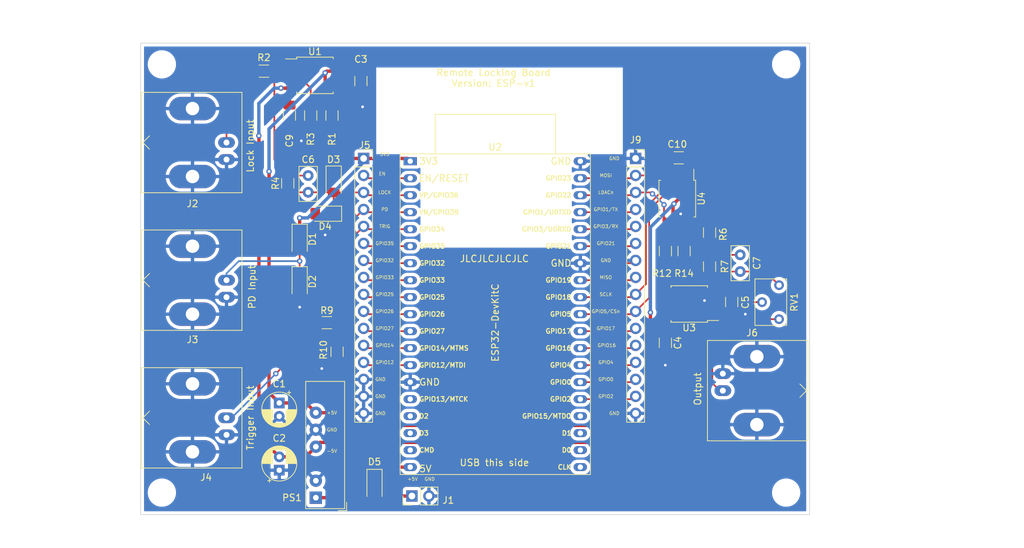
<source format=kicad_pcb>
(kicad_pcb (version 20211014) (generator pcbnew)
  (layers (0 "F.Cu" signal) (31 "B.Cu" signal) (34 "B.Paste" user) (35 "F.Paste" user) (36 "B.SilkS" user "B.Silkscreen") (37 "F.SilkS" user "F.Silkscreen") (38 "B.Mask" user) (39 "F.Mask" user) (44 "Edge.Cuts" user))
  (net 0 "")
  (net 1 "VDD")
  (net 2 "GND")
  (net 3 "VSS")
  (net 4 "/3V3")
  (net 5 "/PD")
  (net 6 "/Lock")
  (net 7 "Net-(J2-Pad1)")
  (net 8 "/TRIG")
  (net 9 "/EN")
  (net 10 "/GPIO35")
  (net 11 "/GPIO12")
  (net 12 "/GPIO32")
  (net 13 "/GPIO14")
  (net 14 "/GPIO33")
  (net 15 "/GPIO25")
  (net 16 "/GPIO26")
  (net 17 "/GPIO27")
  (net 18 "/MOSI")
  (net 19 "/UART0 TX{slash}GPIO1")
  (net 20 "/PZT")
  (net 21 "Net-(R6-Pad1)")
  (net 22 "Net-(J4-Pad1)")
  (net 23 "/GPIO16")
  (net 24 "Net-(R1-Pad2)")
  (net 25 "Net-(C6-Pad1)")
  (net 26 "Net-(RV1-Pad3)")
  (net 30 "/LDACn")
  (net 31 "/SCLK")
  (net 32 "/CSn")
  (net 33 "/UART0 RX{slash}GPIO3")
  (net 34 "/MISO")
  (net 35 "/GPIO17")
  (net 38 "Net-(R6-Pad2)")
  (net 39 "/GPIO4")
  (net 40 "/GPIO0")
  (net 41 "/V_SYS")
  (net 42 "/V_EXT")
  (net 48 "/GPIO21")
  (net 50 "/GPIO2")
  (net 51 "Net-(R12-Pad2)")
  (net 52 "Net-(RV1-Pad2)")
  (footprint "Diode_SMD:D_1206_3216Metric_Pad1.42x1.75mm_HandSolder" (layer "F.Cu") (at 85.344 60.83394 -90)
    (fp_text reference "D3")
    (fp_text value "D")
  )
  (footprint "Capacitor_SMD:C_1206_3216Metric_Pad1.33x1.80mm_HandSolder" (layer "F.Cu") (at 89.408 45.6815 -90)
    (fp_text reference "C3")
    (fp_text value "100n")
  )
  (footprint "Resistor_SMD:R_1206_3216Metric_Pad1.30x1.75mm_HandSolder" (layer "F.Cu") (at 84.328 81.788)
    (fp_text reference "R9")
    (fp_text value "10k")
  )
  (footprint "Diode_SMD:D_1206_3216Metric_Pad1.42x1.75mm_HandSolder" (layer "F.Cu") (at 80.264 69.52394 -90)
    (fp_text reference "D1")
    (fp_text value "D")
  )
  (footprint "Capacitor_SMD:C_1206_3216Metric_Pad1.33x1.80mm_HandSolder" (layer "F.Cu") (at 144.78 78.7015 90)
    (fp_text reference "C5")
    (fp_text value "100n")
  )
  (footprint "Resistor_SMD:R_1206_3216Metric_Pad1.30x1.75mm_HandSolder" (layer "F.Cu") (at 74.93 44.196 180)
    (fp_text reference "R2")
    (fp_text value "10k")
  )
  (footprint "Package_SO:SOIC-8_5.275x5.275mm_P1.27mm" (layer "F.Cu") (at 136.652 63.246 -90)
    (fp_text reference "U4")
    (fp_text value "MCP4821")
  )
  (footprint "Capacitor_SMD:C_1206_3216Metric_Pad1.33x1.80mm_HandSolder" (layer "F.Cu") (at 134.874 84.7975 -90)
    (fp_text reference "C4")
    (fp_text value "100n")
  )
  (footprint "custom-connectors:BNC_Molex_0731000167" (layer "F.Cu") (at 69.342 75.438 90)
    (fp_text reference "J3")
    (fp_text value "Conn_Coaxial")
  )
  (footprint "Resistor_SMD:R_1206_3216Metric_Pad1.30x1.75mm_HandSolder" (layer "F.Cu") (at 141.478 68.326 90)
    (fp_text reference "R6")
    (fp_text value "100k")
  )
  (footprint "Resistor_SMD:R_1206_3216Metric_Pad1.30x1.75mm_HandSolder" (layer "F.Cu") (at 134.874 71.094 -90)
    (fp_text reference "R12")
    (fp_text value "100k")
  )
  (footprint "Connector_PinSocket_2.54mm:PinSocket_1x16_P2.54mm_Vertical" (layer "F.Cu") (at 89.814 57.24144)
    (fp_text reference "J5")
    (fp_text value "Conn_01x16_Female")
  )
  (footprint "Capacitor_THT:C_Disc_D5.0mm_W2.5mm_P2.50mm" (layer "F.Cu") (at 81.534 59.80144 -90)
    (fp_text reference "C6")
    (fp_text value "10n")
  )
  (footprint "Connector_PinHeader_2.54mm:PinHeader_1x02_P2.54mm_Vertical" (layer "F.Cu") (at 97.028 107.696 90)
    (fp_text reference "J1")
    (fp_text value "Conn_01x02_Male")
  )
  (footprint "Diode_SMD:D_1206_3216Metric_Pad1.42x1.75mm_HandSolder" (layer "F.Cu") (at 84.074 65.49644 180)
    (fp_text reference "D4")
    (fp_text value "D")
  )
  (footprint "custom-connectors:BNC_Molex_0731000167" (layer "F.Cu") (at 143.454 91.948 -90)
    (fp_text reference "J6")
    (fp_text value "Conn_Coaxial")
  )
  (footprint "Resistor_SMD:R_1206_3216Metric_Pad1.30x1.75mm_HandSolder" (layer "F.Cu") (at 85.852 86.132 -90)
    (fp_text reference "R10")
    (fp_text value "20k")
  )
  (footprint "Capacitor_SMD:C_1206_3216Metric_Pad1.33x1.80mm_HandSolder" (layer "F.Cu") (at 136.8675 57.15 180)
    (fp_text reference "C10")
    (fp_text value "100n")
  )
  (footprint "Package_SO:SOIC-8_5.23x5.23mm_P1.27mm" (layer "F.Cu") (at 138.43 78.994 180)
    (fp_text reference "U3")
    (fp_text value "Opamp_Dual")
  )
  (footprint "Potentiometer_THT:Potentiometer_Bourns_3266W_Vertical" (layer "F.Cu") (at 151.847 81.265 -90)
    (fp_text reference "RV1")
    (fp_text value "R_Potentiometer")
  )
  (footprint "Capacitor_SMD:C_1206_3216Metric_Pad1.33x1.80mm_HandSolder" (layer "F.Cu") (at 78.74 50.8385 90)
    (fp_text reference "C9")
    (fp_text value "100n")
  )
  (footprint "Espressif:ESP32-DevKitC" (layer "F.Cu") (at 96.774 57.658)
    (fp_text reference "U2")
    (fp_text value "ESP32-DevKitC")
  )
  (footprint "custom-connectors:BNC_Molex_0731000167" (layer "F.Cu") (at 69.342 54.864 90)
    (fp_text reference "J2")
    (fp_text value "Conn_Coaxial")
  )
  (footprint "Resistor_SMD:R_1206_3216Metric_Pad1.30x1.75mm_HandSolder" (layer "F.Cu") (at 78.486 60.96 90)
    (fp_text reference "R4")
    (fp_text value "10k")
  )
  (footprint "Resistor_SMD:R_1206_3216Metric_Pad1.30x1.75mm_HandSolder" (layer "F.Cu") (at 141.478 73.406 90)
    (fp_text reference "R7")
    (fp_text value "10k")
  )
  (footprint "MountingHole:MountingHole_3.2mm_M3_ISO7380" (layer "F.Cu") (at 152.908 43.18)
    (fp_text reference "REF**" hide)
    (fp_text value "MountingHole_3.2mm_M3_ISO7380")
  )
  (footprint "Package_SO:SOIC-8_5.23x5.23mm_P1.27mm" (layer "F.Cu") (at 82.55 44.831)
    (fp_text reference "U1")
    (fp_text value "OP07")
  )
  (footprint "MountingHole:MountingHole_3.2mm_M3_ISO7380" (layer "F.Cu") (at 152.908 107.188)
    (fp_text reference "REF**" hide)
    (fp_text value "MountingHole_3.2mm_M3_ISO7380")
  )
  (footprint "Capacitor_THT:CP_Radial_D5.0mm_P2.00mm" (layer "F.Cu") (at 77.216 93.786888 -90)
    (fp_text reference "C1")
    (fp_text value "4.7u")
  )
  (footprint "Diode_SMD:D_1206_3216Metric_Pad1.42x1.75mm_HandSolder" (layer "F.Cu") (at 91.44 106.172 -90)
    (fp_text reference "D5")
    (fp_text value "D_Schottky")
  )
  (footprint "Resistor_SMD:R_1206_3216Metric_Pad1.30x1.75mm_HandSolder" (layer "F.Cu") (at 81.915 50.826 90)
    (fp_text reference "R3")
    (fp_text value "10k")
  )
  (footprint "Capacitor_THT:C_Disc_D5.0mm_W2.5mm_P2.50mm" (layer "F.Cu") (at 146.05 71.648 -90)
    (fp_text reference "C7")
    (fp_text value "100n")
  )
  (footprint "Connector_PinSocket_2.54mm:PinSocket_1x16_P2.54mm_Vertical" (layer "F.Cu") (at 130.429 57.24144)
    (fp_text reference "J9")
    (fp_text value "Conn_01x16_Female")
  )
  (footprint "Diode_SMD:D_1206_3216Metric_Pad1.42x1.75mm_HandSolder" (layer "F.Cu") (at 80.264 75.87394 -90)
    (fp_text reference "D2")
    (fp_text value "D")
  )
  (footprint "custom-connectors:BNC_Molex_0731000167" (layer "F.Cu") (at 69.342 96.012 90)
    (fp_text reference "J4")
    (fp_text value "Conn_Coaxial")
  )
  (footprint "Resistor_SMD:R_1206_3216Metric_Pad1.30x1.75mm_HandSolder" (layer "F.Cu") (at 137.668 71.094 -90)
    (fp_text reference "R14")
    (fp_text value "3.9k")
  )
  (footprint "Capacitor_THT:CP_Radial_D5.0mm_P2.00mm" (layer "F.Cu") (at 77.216 103.839356 90)
    (fp_text reference "C2")
    (fp_text value "4.7u")
  )
  (footprint "Resistor_SMD:R_1206_3216Metric_Pad1.30x1.75mm_HandSolder" (layer "F.Cu") (at 85.09 50.826 -90)
    (fp_text reference "R1")
    (fp_text value "56k")
  )
  (footprint "Converter_DCDC:Converter_DCDC_XP_POWER-IAxxxxS_THT" (layer "F.Cu") (at 82.679 107.946 180)
    (fp_text reference "PS1")
    (fp_text value "IA0505S")
  )
  (footprint "MountingHole:MountingHole_3.2mm_M3_ISO7380" (layer "F.Cu") (at 59.69 43.18)
    (fp_text reference "REF**" hide)
    (fp_text value "MountingHole_3.2mm_M3_ISO7380")
  )
  (footprint "MountingHole:MountingHole_3.2mm_M3_ISO7380" (layer "F.Cu") (at 59.69 107.188)
    (fp_text reference "REF**" hide)
    (fp_text value "MountingHole_3.2mm_M3_ISO7380")
  )
  (gr_rect (start 56.515 110.49) (end 156.4132 40.005) (layer "Edge.Cuts") (width 0.1) (fill none))
  (gr_text "3V3" (at 92.964 56.60644) (layer "F.SilkS") (effects (font (size 0.5 0.5) (thickness 0.075))))
  (gr_text "GPIO32" (at 92.964 72.48144) (layer "F.SilkS") (effects (font (size 0.5 0.5) (thickness 0.075))))
  (gr_text "EN" (at 92.583 59.52744) (layer "F.SilkS") (effects (font (size 0.5 0.5) (thickness 0.075))))
  (gr_text "GPIO16" (at 126.111 85.18144) (layer "F.SilkS") (effects (font (size 0.5 0.5) (thickness 0.075))))
  (gr_text "GPIO33" (at 92.964 75.02144) (layer "F.SilkS") (effects (font (size 0.5 0.5) (thickness 0.075))))
  (gr_text "GPIO1/TX" (at 125.984 64.86144) (layer "F.SilkS") (effects (font (size 0.5 0.5) (thickness 0.075))))
  (gr_text "GPIO25" (at 92.964 77.56144) (layer "F.SilkS") (effects (font (size 0.5 0.5) (thickness 0.075))))
  (gr_text "GPIO26" (at 92.964 80.10144) (layer "F.SilkS") (effects (font (size 0.5 0.5) (thickness 0.075))))
  (gr_text "Lock Input" (at 72.898 55.372 90) (layer "F.SilkS") (effects (font (size 1 1))))
  (gr_text "GPIO3/RX" (at 125.984 67.40144) (layer "F.SilkS") (effects (font (size 0.5 0.5) (thickness 0.075))))
  (gr_text "GND" (at 92.329 95.34144) (layer "F.SilkS") (effects (font (size 0.5 0.5) (thickness 0.075))))
  (gr_text "GND" (at 127.254 95.34144) (layer "F.SilkS") (effects (font (size 0.5 0.5) (thickness 0.075))))
  (gr_text "+5V" (at 85.09 95.25) (layer "F.SilkS") (effects (font (size 0.5 0.5) (thickness 0.075))))
  (gr_text "GPIO2" (at 125.984 92.80144) (layer "F.SilkS") (effects (font (size 0.5 0.5) (thickness 0.075))))
  (gr_text "GPIO21" (at 125.984 69.94144) (layer "F.SilkS") (effects (font (size 0.5 0.5) (thickness 0.075))))
  (gr_text "GPIO0" (at 125.984 90.26144) (layer "F.SilkS") (effects (font (size 0.5 0.5) (thickness 0.075))))
  (gr_text "GND" (at 92.329 92.80144) (layer "F.SilkS") (effects (font (size 0.5 0.5) (thickness 0.075))))
  (gr_text "LOCK" (at 92.964 62.32144) (layer "F.SilkS") (effects (font (size 0.5 0.5) (thickness 0.075))))
  (gr_text "GND" (at 125.984 72.48144) (layer "F.SilkS") (effects (font (size 0.5 0.5) (thickness 0.075))))
  (gr_text "GPIO12" (at 92.964 87.72144) (layer "F.SilkS") (effects (font (size 0.5 0.5) (thickness 0.075))))
  (gr_text "JLCJLCJLCJLC" (at 109.347 72.22744) (layer "F.SilkS") (effects (font (size 1 1))))
  (gr_text "MOSI" (at 125.984 59.78144) (layer "F.SilkS") (effects (font (size 0.5 0.5) (thickness 0.075))))
  (gr_text "GND" (at 99.678 105.156) (layer "F.SilkS") (effects (font (size 0.5 0.5) (thickness 0.075))))
  (gr_text "PD" (at 92.964 64.86144) (layer "F.SilkS") (effects (font (size 0.5 0.5) (thickness 0.075))))
  (gr_text "GPIO14" (at 92.964 85.18144) (layer "F.SilkS") (effects (font (size 0.5 0.5) (thickness 0.075))))
  (gr_text "GPIO4" (at 125.984 87.72144) (layer "F.SilkS") (effects (font (size 0.5 0.5) (thickness 0.075))))
  (gr_text "GPIO27" (at 92.964 82.64144) (layer "F.SilkS") (effects (font (size 0.5 0.5) (thickness 0.075))))
  (gr_text "GND" (at 92.329 90.26144) (layer "F.SilkS") (effects (font (size 0.5 0.5) (thickness 0.075))))
  (gr_text "Output" (at 139.7 91.694 90) (layer "F.SilkS") (effects (font (size 1 1))))
  (gr_text "+5V" (at 97.138 105.156) (layer "F.SilkS") (effects (font (size 0.5 0.5) (thickness 0.075))))
  (gr_text "SCLK" (at 125.984 77.56144) (layer "F.SilkS") (effects (font (size 0.5 0.5) (thickness 0.075))))
  (gr_text "-5V" (at 85.09 100.965) (layer "F.SilkS") (effects (font (size 0.5 0.5) (thickness 0.075))))
  (gr_text "GND" (at 127.254 57.24144) (layer "F.SilkS") (effects (font (size 0.5 0.5) (thickness 0.075))))
  (gr_text "GND" (at 85.09 97.79) (layer "F.SilkS") (effects (font (size 0.5 0.5) (thickness 0.075))))
  (gr_text "Remote Locking Board\nVersion: ESP-v1" (at 109.22 45.212) (layer "F.SilkS") (effects (font (size 1 1))))
  (gr_text "GPIO17" (at 125.984 82.64144) (layer "F.SilkS") (effects (font (size 0.5 0.5) (thickness 0.075))))
  (gr_text "MISO" (at 125.984 75.02144) (layer "F.SilkS") (effects (font (size 0.5 0.5) (thickness 0.075))))
  (gr_text "PD Input" (at 73.152 76.454 90) (layer "F.SilkS") (effects (font (size 1 1))))
  (gr_text "GPIO35" (at 92.964 69.94144) (layer "F.SilkS") (effects (font (size 0.5 0.5) (thickness 0.075))))
  (gr_text "USB this side" (at 109.347 102.70744) (layer "F.SilkS") (effects (font (size 1 1))))
  (gr_text "Trigger Input" (at 72.898 96.012 90) (layer "F.SilkS") (effects (font (size 1 1))))
  (gr_text "GPIO5/CSn" (at 125.984 80.10144) (layer "F.SilkS") (effects (font (size 0.5 0.5) (thickness 0.075))))
  (gr_text "LDACn" (at 125.984 62.32144) (layer "F.SilkS") (effects (font (size 0.5 0.5) (thickness 0.075))))
  (gr_text "TRIG" (at 92.964 67.40144) (layer "F.SilkS") (effects (font (size 0.5 0.5) (thickness 0.075))))
  (segment (start 134.874 83.235) (end 134.874 80.943) (width 0.5) (layer "F.Cu") (net 1))
  (segment (start 136.017 66.846) (end 136.017 68.401) (width 0.5) (layer "F.Cu") (net 1))
  (segment (start 138.557 57.277) (end 138.43 57.15) (width 0.5) (layer "F.Cu") (net 1))
  (segment (start 132.6388 83.5152) (end 132.6388 80.264) (width 0.5) (layer "F.Cu") (net 1))
  (segment (start 136.017 68.401) (end 134.874 69.544) (width 0.5) (layer "F.Cu") (net 1))
  (segment (start 84.328 44.196) (end 84.074 44.45) (width 0.5) (layer "F.Cu") (net 1))
  (segment (start 138.557 61.595) (end 138.557 57.277) (width 0.5) (layer "F.Cu") (net 1))
  (segment (start 136.155352 64.019352) (end 136.155352 63.996648) (width 0.5) (layer "F.Cu") (net 1))
  (segment (start 82.679 95.246) (end 81.219888 93.786888) (width 0.5) (layer "F.Cu") (net 1))
  (segment (start 85.594 95.246) (end 87.496 97.148) (width 0.5) (layer "F.Cu") (net 1))
  (segment (start 86.15 44.196) (end 84.328 44.196) (width 0.5) (layer "F.Cu") (net 1))
  (segment (start 136.155352 63.996648) (end 138.557 61.595) (width 0.5) (layer "F.Cu") (net 1))
  (segment (start 85.09 49.276) (end 84.074 48.26) (width 0.5) (layer "F.Cu") (net 1))
  (segment (start 136.017 66.846) (end 136.017 64.157704) (width 0.5) (layer "F.Cu") (net 1))
  (segment (start 84.074 48.26) (end 84.074 44.45) (width 0.5) (layer "F.Cu") (net 1))
  (segment (start 134.874 83.235) (end 132.919 83.235) (width 0.5) (layer "F.Cu") (net 1))
  (segment (start 82.679 95.246) (end 85.594 95.246) (width 0.5) (layer "F.Cu") (net 1))
  (segment (start 134.874 80.943) (end 134.83 80.899) (width 0.5) (layer "F.Cu") (net 1))
  (segment (start 132.919 83.235) (end 132.6388 83.5152) (width 0.5) (layer "F.Cu") (net 1))
  (segment (start 132.6388 96.4692) (end 132.6388 83.5152) (width 0.5) (layer "F.Cu") (net 1))
  (segment (start 81.219888 93.786888) (end 77.216 93.786888) (width 0.5) (layer "F.Cu") (net 1))
  (segment (start 131.96 97.148) (end 132.6388 96.4692) (width 0.5) (layer "F.Cu") (net 1))
  (segment (start 75.692 92.262888) (end 77.216 93.786888) (width 0.5) (layer "F.Cu") (net 1))
  (segment (start 87.496 97.148) (end 131.96 97.148) (width 0.5) (layer "F.Cu") (net 1))
  (segment (start 89.408 44.119) (end 86.227 44.119) (width 0.5) (layer "F.Cu") (net 1))
  (segment (start 86.227 44.119) (end 86.15 44.196) (width 0.5) (layer "F.Cu") (net 1))
  (segment (start 75.692 59.182) (end 75.692 92.262888) (width 0.5) (layer "F.Cu") (net 1))
  (segment (start 136.017 64.157704) (end 136.155352 64.019352) (width 0.5) (layer "F.Cu") (net 1))
  (via (at 84.074 44.45) (size 0.8) (drill 0.4) (layers "F.Cu" "B.Cu") (net 1))
  (via (at 136.155352 64.019352) (size 0.8) (drill 0.4) (layers "F.Cu" "B.Cu") (net 1))
  (via (at 75.692 59.182) (size 0.8) (drill 0.4) (layers "F.Cu" "B.Cu") (net 1))
  (via (at 132.6388 80.264) (size 0.8) (drill 0.4) (layers "F.Cu" "B.Cu") (net 1))
  (segment (start 75.692 52.832) (end 84.074 44.45) (width 0.5) (layer "B.Cu") (net 1))
  (segment (start 132.6388 67.535903) (end 132.6388 80.264) (width 0.5) (layer "B.Cu") (net 1))
  (segment (start 75.692 52.832) (end 75.692 59.182) (width 0.5) (layer "B.Cu") (net 1))
  (segment (start 136.155352 64.019352) (end 132.6388 67.535903) (width 0.5) (layer "B.Cu") (net 1))
  (segment (start 140.843 78.359) (end 140.716 78.486) (width 0.25) (layer "F.Cu") (net 2))
  (segment (start 122.174 72.898) (end 130.01244 72.898) (width 0.25) (layer "F.Cu") (net 2))
  (segment (start 137.287 66.846) (end 137.287 69.163) (width 0.25) (layer "F.Cu") (net 2))
  (segment (start 146.558 80.264) (end 146.812 80.518) (width 0.25) (layer "F.Cu") (net 2))
  (segment (start 142.03 78.359) (end 140.843 78.359) (width 0.25) (layer "F.Cu") (net 2))
  (segment (start 80.264 77.36144) (end 80.264 79.46644) (width 0.25) (layer "F.Cu") (net 2))
  (segment (start 80.441 52.401) (end 80.441 54.533) (width 0.25) (layer "F.Cu") (net 2))
  (segment (start 80.441 52.401) (end 81.89 52.401) (width 0.25) (layer "F.Cu") (net 2))
  (segment (start 134.874 86.36) (end 134.874 88.138) (width 0.25) (layer "F.Cu") (net 2))
  (segment (start 137.287 69.163) (end 137.668 69.544) (width 0.25) (layer "F.Cu") (net 2))
  (segment (start 85.852 87.682) (end 84.53 87.682) (width 0.25) (layer "F.Cu") (net 2))
  (segment (start 144.78 80.264) (end 146.558 80.264) (width 0.25) (layer "F.Cu") (net 2))
  (segment (start 82.5865 65.49644) (end 84.074 66.98394) (width 0.25) (layer "F.Cu") (net 2))
  (segment (start 78.74 52.401) (end 80.441 52.401) (width 0.25) (layer "F.Cu") (net 2))
  (segment (start 137.287 65.659) (end 137.16 65.532) (width 0.25) (layer "F.Cu") (net 2))
  (segment (start 84.074 66.98394) (end 84.074 68.67144) (width 0.25) (layer "F.Cu") (net 2))
  (segment (start 84.53 87.682) (end 83.566 88.646) (width 0.25) (layer "F.Cu") (net 2))
  (segment (start 89.408 49.276) (end 89.662 49.53) (width 0.25) (layer "F.Cu") (net 2))
  (segment (start 130.429 57.24144) (end 135.21356 57.24144) (width 0.25) (layer "F.Cu") (net 2))
  (segment (start 81.89 52.401) (end 81.915 52.376) (width 0.25) (layer "F.Cu") (net 2))
  (segment (start 89.408 47.244) (end 89.408 49.276) (width 0.25) (layer "F.Cu") (net 2))
  (segment (start 137.287 67.1) (end 137.287 65.659) (width 0.25) (layer "F.Cu") (net 2))
  (segment (start 130.01244 72.898) (end 130.429 72.48144) (width 0.25) (layer "F.Cu") (net 2))
  (segment (start 135.21356 57.24144) (end 135.305 57.15) (width 0.25) (layer "F.Cu") (net 2))
  (segment (start 80.441 54.533) (end 80.518 54.61) (width 0.25) (layer "F.Cu") (net 2))
  (via (at 137.16 65.532) (size 0.8) (drill 0.4) (layers "F.Cu" "B.Cu") (net 2))
  (via (at 84.074 68.67144) (size 0.8) (drill 0.4) (layers "F.Cu" "B.Cu") (net 2))
  (via (at 80.264 79.46644) (size 0.8) (drill 0.4) (layers "F.Cu" "B.Cu") (net 2))
  (via (at 140.716 78.486) (size 0.8) (drill 0.4) (layers "F.Cu" "B.Cu") (net 2))
  (via (at 134.874 88.138) (size 0.8) (drill 0.4) (layers "F.Cu" "B.Cu") (net 2))
  (via (at 146.812 80.518) (size 0.8) (drill 0.4) (layers "F.Cu" "B.Cu") (net 2))
  (via (at 80.518 54.61) (size 0.8) (drill 0.4) (layers "F.Cu" "B.Cu") (net 2))
  (via (at 83.566 88.646) (size 0.8) (drill 0.4) (layers "F.Cu" "B.Cu") (net 2))
  (via (at 89.662 49.53) (size 0.8) (drill 0.4) (layers "F.Cu" "B.Cu") (net 2))
  (segment (start 137.04272 99.68528) (end 139.7 97.028) (width 0.5) (layer "F.Cu") (net 3))
  (segment (start 142.03 77.089) (end 140.769497 77.089) (width 0.5) (layer "F.Cu") (net 3))
  (segment (start 83.31972 99.68528) (end 137.04272 99.68528) (width 0.5) (layer "F.Cu") (net 3))
  (segment (start 78.74 49.276) (end 78.74 46.946) (width 0.5) (layer "F.Cu") (net 3))
  (segment (start 82.679 100.326) (end 83.31972 99.68528) (width 0.5) (layer "F.Cu") (net 3))
  (segment (start 78.95 46.736) (end 77.47 46.736) (width 0.5) (layer "F.Cu") (net 3))
  (segment (start 77.216 101.839356) (end 81.165644 101.839356) (width 0.5) (layer "F.Cu") (net 3))
  (segment (start 140.769497 77.089) (end 139.7 78.158497) (width 0.5) (layer "F.Cu") (net 3))
  (segment (start 144.73 77.089) (end 144.78 77.139) (width 0.5) (layer "F.Cu") (net 3))
  (segment (start 74.182644 53.833356) (end 74.168 53.848) (width 0.5) (layer "F.Cu") (net 3))
  (segment (start 142.03 77.089) (end 144.73 77.089) (width 0.5) (layer "F.Cu") (net 3))
  (segment (start 139.7 78.158497) (end 139.7 97.028) (width 0.5) (layer "F.Cu") (net 3))
  (segment (start 78.74 46.946) (end 78.95 46.736) (width 0.5) (layer "F.Cu") (net 3))
  (segment (start 74.182644 98.806) (end 74.182644 53.833356) (width 0.5) (layer "F.Cu") (net 3))
  (segment (start 77.216 101.839356) (end 74.182644 98.806) (width 0.5) (layer "F.Cu") (net 3))
  (segment (start 81.165644 101.839356) (end 82.679 100.326) (width 0.5) (layer "F.Cu") (net 3))
  (via (at 74.168 53.848) (size 0.8) (drill 0.4) (layers "F.Cu" "B.Cu") (net 3))
  (via (at 77.47 46.736) (size 0.8) (drill 0.4) (layers "F.Cu" "B.Cu") (net 3))
  (segment (start 74.168 49.022) (end 74.168 53.848) (width 0.5) (layer "B.Cu") (net 3))
  (segment (start 76.454 46.736) (end 74.168 49.022) (width 0.5) (layer "B.Cu") (net 3))
  (segment (start 77.47 46.736) (end 76.454 46.736) (width 0.5) (layer "B.Cu") (net 3))
  (segment (start 85.344 59.34644) (end 87.449 57.24144) (width 0.5) (layer "F.Cu") (net 4))
  (segment (start 96.35744 57.24144) (end 96.774 57.658) (width 0.5) (layer "F.Cu") (net 4))
  (segment (start 80.264 68.03644) (end 80.264 66.13144) (width 0.5) (layer "F.Cu") (net 4))
  (segment (start 87.449 57.24144) (end 89.814 57.24144) (width 0.5) (layer "F.Cu") (net 4))
  (segment (start 89.814 57.24144) (end 96.35744 57.24144) (width 0.5) (layer "F.Cu") (net 4))
  (via (at 80.264 66.13144) (size 0.8) (drill 0.4) (layers "F.Cu" "B.Cu") (net 4))
  (segment (start 89.814 57.801541) (end 89.814 57.24144) (width 0.5) (layer "B.Cu") (net 4))
  (segment (start 80.264 66.13144) (end 81.484101 66.13144) (width 0.5) (layer "B.Cu") (net 4))
  (segment (start 81.484101 66.13144) (end 89.814 57.801541) (width 0.5) (layer "B.Cu") (net 4))
  (segment (start 83.664 71.01144) (end 80.264 71.01144) (width 0.25) (layer "F.Cu") (net 5))
  (segment (start 89.814 64.86144) (end 83.664 71.01144) (width 0.25) (layer "F.Cu") (net 5))
  (segment (start 80.264 71.01144) (end 80.264 72.5932) (width 0.25) (layer "F.Cu") (net 5))
  (segment (start 80.264 72.5932) (end 80.264 74.38644) (width 0.25) (layer "F.Cu") (net 5))
  (segment (start 96.774 65.278) (end 90.23056 65.278) (width 0.25) (layer "F.Cu") (net 5))
  (segment (start 90.23056 65.278) (end 89.814 64.86144) (width 0.25) (layer "F.Cu") (net 5))
  (via (at 80.264 72.5932) (size 0.8) (drill 0.4) (layers "F.Cu" "B.Cu") (net 5))
  (segment (start 71.1708 72.5932) (end 80.264 72.5932) (width 0.25) (layer "B.Cu") (net 5))
  (segment (start 69.342 74.422) (end 71.1708 72.5932) (width 0.25) (layer "B.Cu") (net 5))
  (segment (start 69.342 75.438) (end 69.342 74.422) (width 0.25) (layer "B.Cu") (net 5))
  (segment (start 85.344 62.32144) (end 85.344 65.27894) (width 0.25) (layer "F.Cu") (net 6))
  (segment (start 87.376 46.490249) (end 87.376 55.272346) (width 0.25) (layer "F.Cu") (net 6))
  (segment (start 81.534 62.30144) (end 78.69456 62.30144) (width 0.25) (layer "F.Cu") (net 6))
  (segment (start 83.63744 62.30144) (end 81.534 62.30144) (width 0.25) (layer "F.Cu") (net 6))
  (segment (start 85.344 62.32144) (end 85.324 62.30144) (width 0.25) (layer "F.Cu") (net 6))
  (segment (start 96.774 62.738) (end 90.23056 62.738) (width 0.25) (layer "F.Cu") (net 6))
  (segment (start 78.69456 62.30144) (end 78.486 62.51) (width 0.25) (layer "F.Cu") (net 6))
  (segment (start 86.15 45.466) (end 86.351751 45.466) (width 0.25) (layer "F.Cu") (net 6))
  (segment (start 86.351751 45.466) (end 87.376 46.490249) (width 0.25) (layer "F.Cu") (net 6))
  (segment (start 83.63744 59.010906) (end 83.63744 62.30144) (width 0.25) (layer "F.Cu") (net 6))
  (segment (start 85.344 65.27894) (end 85.5615 65.49644) (width 0.25) (layer "F.Cu") (net 6))
  (segment (start 85.324 62.30144) (end 83.63744 62.30144) (width 0.25) (layer "F.Cu") (net 6))
  (segment (start 85.344 62.32144) (end 89.814 62.32144) (width 0.25) (layer "F.Cu") (net 6))
  (segment (start 87.376 55.272346) (end 83.63744 59.010906) (width 0.25) (layer "F.Cu") (net 6))
  (segment (start 90.23056 62.738) (end 89.814 62.32144) (width 0.25) (layer "F.Cu") (net 6))
  (segment (start 69.342 54.864) (end 69.342 48.234) (width 0.25) (layer "F.Cu") (net 7))
  (segment (start 69.342 48.234) (end 73.38 44.196) (width 0.25) (layer "F.Cu") (net 7))
  (segment (start 86.36 70.866) (end 85.878 71.348) (width 0.25) (layer "F.Cu") (net 8))
  (segment (start 89.814 67.40144) (end 86.36 70.85544) (width 0.25) (layer "F.Cu") (net 8))
  (segment (start 85.878 71.348) (end 85.878 81.788) (width 0.25) (layer "F.Cu") (net 8))
  (segment (start 86.36 70.85544) (end 86.36 70.866) (width 0.25) (layer "F.Cu") (net 8))
  (segment (start 85.852 84.582) (end 85.852 81.814) (width 0.25) (layer "F.Cu") (net 8))
  (segment (start 85.852 81.814) (end 85.878 81.788) (width 0.25) (layer "F.Cu") (net 8))
  (segment (start 90.23056 67.818) (end 89.814 67.40144) (width 0.25) (layer "F.Cu") (net 8))
  (segment (start 96.774 67.818) (end 90.23056 67.818) (width 0.25) (layer "F.Cu") (net 8))
  (segment (start 90.23056 60.198) (end 89.814 59.78144) (width 0.25) (layer "F.Cu") (net 9))
  (segment (start 96.774 60.198) (end 90.23056 60.198) (width 0.25) (layer "F.Cu") (net 9))
  (segment (start 90.23056 70.358) (end 89.814 69.94144) (width 0.25) (layer "F.Cu") (net 10))
  (segment (start 96.774 70.358) (end 90.23056 70.358) (width 0.25) (layer "F.Cu") (net 10))
  (segment (start 90.23056 88.138) (end 89.814 87.72144) (width 0.25) (layer "F.Cu") (net 11))
  (segment (start 96.774 88.138) (end 90.23056 88.138) (width 0.25) (layer "F.Cu") (net 11))
  (segment (start 96.774 72.898) (end 90.23056 72.898) (width 0.25) (layer "F.Cu") (net 12))
  (segment (start 90.23056 72.898) (end 89.814 72.48144) (width 0.25) (layer "F.Cu") (net 12))
  (segment (start 90.23056 85.598) (end 89.814 85.18144) (width 0.25) (layer "F.Cu") (net 13))
  (segment (start 96.774 85.598) (end 90.23056 85.598) (width 0.25) (layer "F.Cu") (net 13))
  (segment (start 96.774 75.438) (end 90.23056 75.438) (width 0.25) (layer "F.Cu") (net 14))
  (segment (start 90.23056 75.438) (end 89.814 75.02144) (width 0.25) (layer "F.Cu") (net 14))
  (segment (start 96.774 77.978) (end 90.23056 77.978) (width 0.25) (layer "F.Cu") (net 15))
  (segment (start 90.23056 77.978) (end 89.814 77.56144) (width 0.25) (layer "F.Cu") (net 15))
  (segment (start 90.23056 80.518) (end 89.814 80.10144) (width 0.25) (layer "F.Cu") (net 16))
  (segment (start 96.774 80.518) (end 90.23056 80.518) (width 0.25) (layer "F.Cu") (net 16))
  (segment (start 90.23056 83.058) (end 89.814 82.64144) (width 0.25) (layer "F.Cu") (net 17))
  (segment (start 96.774 83.058) (end 90.23056 83.058) (width 0.25) (layer "F.Cu") (net 17))
  (segment (start 130.429 59.78144) (end 134.61156 59.78144) (width 0.25) (layer "F.Cu") (net 18))
  (segment (start 122.174 60.198) (end 130.01244 60.198) (width 0.25) (layer "F.Cu") (net 18))
  (segment (start 130.01244 60.198) (end 130.429 59.78144) (width 0.25) (layer "F.Cu") (net 18))
  (segment (start 134.61156 59.78144) (end 134.747 59.646) (width 0.25) (layer "F.Cu") (net 18))
  (segment (start 130.01244 65.278) (end 130.429 64.86144) (width 0.25) (layer "F.Cu") (net 19))
  (segment (start 122.174 65.278) (end 130.01244 65.278) (width 0.25) (layer "F.Cu") (net 19))
  (segment (start 141.879 90.825) (end 141.879 81.05) (width 0.25) (layer "F.Cu") (net 20))
  (segment (start 151.847 81.265) (end 142.396 81.265) (width 0.25) (layer "F.Cu") (net 20))
  (segment (start 143.454 91.948) (end 143.002 91.948) (width 0.25) (layer "F.Cu") (net 20))
  (segment (start 142.396 81.265) (end 142.03 80.899) (width 0.25) (layer "F.Cu") (net 20))
  (segment (start 141.879 81.05) (end 142.03 80.899) (width 0.25) (layer "F.Cu") (net 20))
  (segment (start 143.002 91.948) (end 141.879 90.825) (width 0.25) (layer "F.Cu") (net 20))
  (segment (start 141.686 71.648) (end 141.478 71.856) (width 0.25) (layer "F.Cu") (net 21))
  (segment (start 135.255 78.359) (end 141.478 72.136) (width 0.25) (layer "F.Cu") (net 21))
  (segment (start 134.83 78.359) (end 135.255 78.359) (width 0.25) (layer "F.Cu") (net 21))
  (segment (start 141.478 69.876) (end 141.478 71.856) (width 0.25) (layer "F.Cu") (net 21))
  (segment (start 146.05 71.648) (end 141.686 71.648) (width 0.25) (layer "F.Cu") (net 21))
  (segment (start 141.478 72.136) (end 141.478 71.856) (width 0.25) (layer "F.Cu") (net 21))
  (segment (start 82.55 83.566) (end 82.55 82.016) (width 0.25) (layer "F.Cu") (net 22))
  (segment (start 76.708 89.408) (end 82.55 83.566) (width 0.25) (layer "F.Cu") (net 22))
  (segment (start 82.55 82.016) (end 82.778 81.788) (width 0.25) (layer "F.Cu") (net 22))
  (via (at 76.708 89.408) (size 0.8) (drill 0.4) (layers "F.Cu" "B.Cu") (net 22))
  (segment (start 76.708 89.408) (end 70.104 96.012) (width 0.25) (layer "B.Cu") (net 22))
  (segment (start 70.104 96.012) (end 69.342 96.012) (width 0.25) (layer "B.Cu") (net 22))
  (segment (start 122.174 85.598) (end 130.01244 85.598) (width 0.25) (layer "F.Cu") (net 23))
  (segment (start 130.01244 85.598) (end 130.429 85.18144) (width 0.25) (layer "F.Cu") (net 23))
  (segment (start 85.015 52.376) (end 81.915 49.276) (width 0.25) (layer "F.Cu") (net 24))
  (segment (start 81.915 46.736) (end 81.915 49.276) (width 0.25) (layer "F.Cu") (net 24))
  (segment (start 78.95 45.466) (end 80.645 45.466) (width 0.25) (layer "F.Cu") (net 24))
  (segment (start 80.645 45.466) (end 81.915 46.736) (width 0.25) (layer "F.Cu") (net 24))
  (segment (start 76.48 44.196) (end 76.48 57.404) (width 0.25) (layer "F.Cu") (net 25))
  (segment (start 76.48 44.196) (end 78.95 44.196) (width 0.25) (layer "F.Cu") (net 25))
  (segment (start 78.486 59.41) (end 78.87744 59.80144) (width 0.25) (layer "F.Cu") (net 25))
  (segment (start 78.87744 59.80144) (end 81.534 59.80144) (width 0.25) (layer "F.Cu") (net 25))
  (segment (start 76.48 57.404) (end 78.486 59.41) (width 0.25) (layer "F.Cu") (net 25))
  (segment (start 146.05 74.148) (end 142.286 74.148) (width 0.25) (layer "F.Cu") (net 26))
  (segment (start 136.805 79.629) (end 134.83 79.629) (width 0.25) (layer "F.Cu") (net 26))
  (segment (start 142.286 74.148) (end 141.478 74.956) (width 0.25) (layer "F.Cu") (net 26))
  (segment (start 141.478 74.956) (end 136.805 79.629) (width 0.25) (layer "F.Cu") (net 26))
  (segment (start 149.81 74.148) (end 151.847 76.185) (width 0.25) (layer "F.Cu") (net 26))
  (segment (start 146.05 74.148) (end 149.81 74.148) (width 0.25) (layer "F.Cu") (net 26))
  (segment (start 122.174 62.738) (end 130.01244 62.738) (width 0.25) (layer "F.Cu") (net 30))
  (segment (start 132.73024 62.32144) (end 132.9436 62.5348) (width 0.25) (layer "F.Cu") (net 30))
  (segment (start 130.429 62.32144) (end 132.73024 62.32144) (width 0.25) (layer "F.Cu") (net 30))
  (segment (start 130.01244 62.738) (end 130.429 62.32144) (width 0.25) (layer "F.Cu") (net 30))
  (segment (start 134.6708 64.1604) (end 134.6708 67.0238) (width 0.25) (layer "F.Cu") (net 30))
  (via (at 132.9436 62.5348) (size 0.8) (drill 0.4) (layers "F.Cu" "B.Cu") (net 30))
  (via (at 134.6708 64.1604) (size 0.8) (drill 0.4) (layers "F.Cu" "B.Cu") (net 30))
  (segment (start 132.9436 62.5348) (end 133.0452 62.5348) (width 0.25) (layer "B.Cu") (net 30))
  (segment (start 133.0452 62.5348) (end 134.6708 64.1604) (width 0.25) (layer "B.Cu") (net 30))
  (segment (start 122.174 77.978) (end 130.01244 77.978) (width 0.25) (layer "F.Cu") (net 31))
  (segment (start 136.017 60.486705) (end 131.9784 64.525305) (width 0.25) (layer "F.Cu") (net 31))
  (segment (start 131.9784 64.525305) (end 131.9784 76.01204) (width 0.25) (layer "F.Cu") (net 31))
  (segment (start 136.017 59.646) (end 136.017 60.486705) (width 0.25) (layer "F.Cu") (net 31))
  (segment (start 130.01244 77.978) (end 130.429 77.56144) (width 0.25) (layer "F.Cu") (net 31))
  (segment (start 131.9784 76.01204) (end 130.429 77.56144) (width 0.25) (layer "F.Cu") (net 31))
  (segment (start 132.452953 78.077487) (end 130.429 80.10144) (width 0.25) (layer "F.Cu") (net 32))
  (segment (start 132.452953 64.935798) (end 137.287 60.101751) (width 0.25) (layer "F.Cu") (net 32))
  (segment (start 130.01244 80.518) (end 130.429 80.10144) (width 0.25) (layer "F.Cu") (net 32))
  (segment (start 137.287 60.101751) (end 137.287 59.646) (width 0.25) (layer "F.Cu") (net 32))
  (segment (start 132.452953 64.935798) (end 132.452953 78.077487) (width 0.25) (layer "F.Cu") (net 32))
  (segment (start 122.174 80.518) (end 130.01244 80.518) (width 0.25) (layer "F.Cu") (net 32))
  (segment (start 130.01244 67.818) (end 130.429 67.40144) (width 0.25) (layer "F.Cu") (net 33))
  (segment (start 122.174 67.818) (end 130.01244 67.818) (width 0.25) (layer "F.Cu") (net 33))
  (segment (start 130.01244 75.438) (end 130.429 75.02144) (width 0.25) (layer "F.Cu") (net 34))
  (segment (start 122.174 75.438) (end 130.01244 75.438) (width 0.25) (layer "F.Cu") (net 34))
  (segment (start 122.174 83.058) (end 130.01244 83.058) (width 0.25) (layer "F.Cu") (net 35))
  (segment (start 130.01244 83.058) (end 130.429 82.64144) (width 0.25) (layer "F.Cu") (net 35))
  (segment (start 141.408 66.846) (end 141.478 66.776) (width 0.25) (layer "F.Cu") (net 38))
  (segment (start 138.557 66.846) (end 141.408 66.846) (width 0.25) (layer "F.Cu") (net 38))
  (segment (start 130.01244 88.138) (end 130.429 87.72144) (width 0.25) (layer "F.Cu") (net 39))
  (segment (start 122.174 88.138) (end 130.01244 88.138) (width 0.25) (layer "F.Cu") (net 39))
  (segment (start 130.01244 90.678) (end 130.429 90.26144) (width 0.25) (layer "F.Cu") (net 40))
  (segment (start 122.174 90.678) (end 130.01244 90.678) (width 0.25) (layer "F.Cu") (net 40))
  (segment (start 91.44 104.6845) (end 88.1785 107.946) (width 0.5) (layer "F.Cu") (net 41))
  (segment (start 91.44 104.6845) (end 92.7465 103.378) (width 0.5) (layer "F.Cu") (net 41))
  (segment (start 92.7465 103.378) (end 96.774 103.378) (width 0.5) (layer "F.Cu") (net 41))
  (segment (start 88.1785 107.946) (end 82.679 107.946) (width 0.5) (layer "F.Cu") (net 41))
  (segment (start 97.028 107.696) (end 91.4765 107.696) (width 0.5) (layer "F.Cu") (net 42))
  (segment (start 91.4765 107.696) (end 91.44 107.6595) (width 0.5) (layer "F.Cu") (net 42))
  (segment (start 122.174 70.358) (end 130.01244 70.358) (width 0.25) (layer "F.Cu") (net 48))
  (segment (start 130.01244 70.358) (end 130.429 69.94144) (width 0.25) (layer "F.Cu") (net 48))
  (segment (start 122.174 93.218) (end 130.01244 93.218) (width 0.25) (layer "F.Cu") (net 50))
  (segment (start 130.01244 93.218) (end 130.429 92.80144) (width 0.25) (layer "F.Cu") (net 50))
  (segment (start 134.83 77.089) (end 134.83 72.688) (width 0.25) (layer "F.Cu") (net 51))
  (segment (start 134.874 72.644) (end 137.668 72.644) (width 0.25) (layer "F.Cu") (net 51))
  (segment (start 134.83 72.688) (end 134.874 72.644) (width 0.25) (layer "F.Cu") (net 51))
  (segment (start 142.03 79.629) (end 142.621 79.629) (width 0.25) (layer "F.Cu") (net 52))
  (segment (start 143.525 78.725) (end 149.307 78.725) (width 0.25) (layer "F.Cu") (net 52))
  (segment (start 142.621 79.629) (end 143.525 78.725) (width 0.25) (layer "F.Cu") (net 52))
  (zone (net 0) (net_name "") (layer "B.Cu") (connect_pads (clearance 0)) (min_thickness 0.254)
    (keepout (tracks allowed) (vias allowed) (pads allowed) (copperpour not_allowed) (footprints allowed))
    (fill (thermal_gap 0.508) (thermal_bridge_width 0.508))
    (polygon (pts (xy 120.904 70.57644) (xy 98.298 70.57644) (xy 98.298 56.60644) (xy 120.904 56.60644)))
  )
  (zone (net 2) (net_name "GND") (layer "B.Cu") (connect_pads (clearance 0.508)) (min_thickness 0.254) (fill yes (thermal_gap 0.508) (thermal_bridge_width 0.508))
    (polygon (pts (xy 156.3624 110.49) (xy 56.515 110.49) (xy 56.515 40.005) (xy 156.3624 40.005)))
  )
  (zone (net 0) (net_name "") (layer "B.Cu") (connect_pads (clearance 0)) (min_thickness 0.254)
    (keepout (tracks not_allowed) (vias not_allowed) (pads not_allowed) (copperpour not_allowed) (footprints allowed))
    (fill (thermal_gap 0.508) (thermal_bridge_width 0.508))
    (polygon (pts (xy 128.524 56.60644) (xy 91.694 56.60644) (xy 91.694 43.65244) (xy 128.524 43.65244)))
  )
)
</source>
